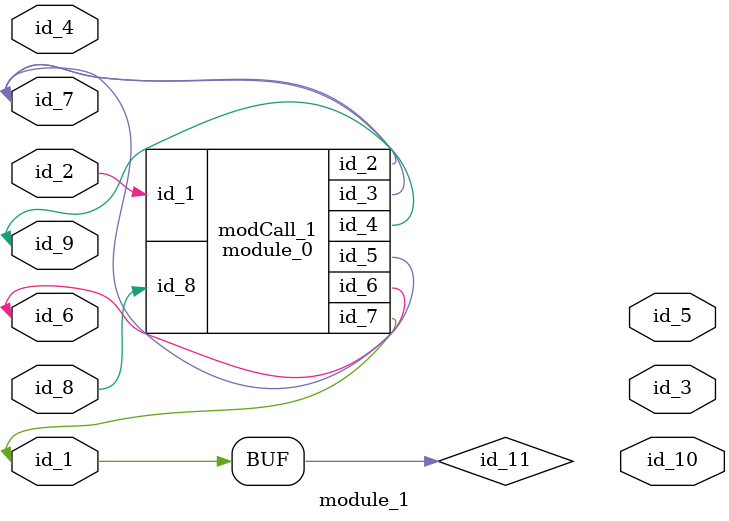
<source format=v>
module module_0 (
    id_1,
    id_2,
    id_3,
    id_4,
    id_5,
    id_6,
    id_7,
    id_8
);
  input wire id_8;
  inout wire id_7;
  inout wire id_6;
  output wire id_5;
  output wire id_4;
  inout wire id_3;
  inout wire id_2;
  input wire id_1;
  wire id_9;
  wire id_10;
  wire id_11;
  wire id_12;
endmodule
module module_1 (
    id_1,
    id_2,
    id_3,
    id_4,
    id_5,
    id_6,
    id_7,
    id_8,
    id_9,
    id_10
);
  output wire id_10;
  inout wire id_9;
  input wire id_8;
  inout wire id_7;
  inout wire id_6;
  output wire id_5;
  inout wire id_4;
  output wire id_3;
  input wire id_2;
  inout wire id_1;
  wire id_11 = id_1;
  module_0 modCall_1 (
      id_2,
      id_7,
      id_7,
      id_9,
      id_7,
      id_6,
      id_11,
      id_8
  );
endmodule

</source>
